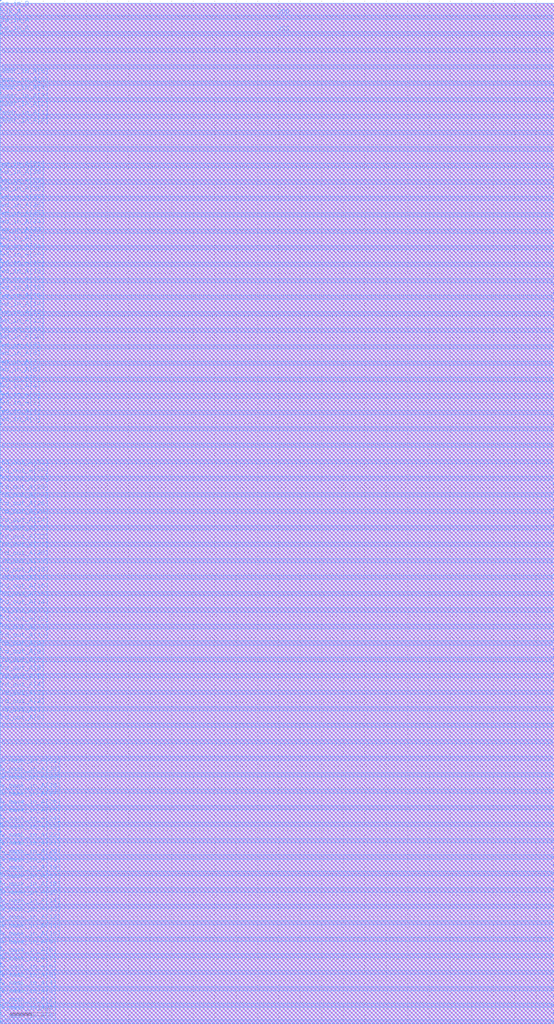
<source format=lef>
# Generated by FakeRAM 2.0
VERSION 5.7 ;
BUSBITCHARS "[]" ;
PROPERTYDEFINITIONS
  MACRO width INTEGER ;
  MACRO depth INTEGER ;
  MACRO banks INTEGER ;
END PROPERTYDEFINITIONS
MACRO fakeram7_tdp_128x32
  PROPERTY width 32 ;
  PROPERTY depth 128 ;
  PROPERTY banks 2 ;
  FOREIGN fakeram7_tdp_128x32 0 0 ;
  SYMMETRY X Y ;
  SIZE 12.920 BY 23.800 ;
  CLASS BLOCK ;
  PIN w_mask_in_A[0]
    DIRECTION INPUT ;
    USE SIGNAL ;
    SHAPE ABUTMENT ;
    PORT
      LAYER M4 ;
      RECT 0.000 0.048 0.024 0.072 ;
    END
  END w_mask_in_A[0]
  PIN w_mask_in_B[0]
    DIRECTION INPUT ;
    USE SIGNAL ;
    SHAPE ABUTMENT ;
    PORT
      LAYER M4 ;
      RECT 12.896 0.048 12.920 0.072 ;
    END
  END w_mask_in_B[0]
  PIN w_mask_in_A[1]
    DIRECTION INPUT ;
    USE SIGNAL ;
    SHAPE ABUTMENT ;
    PORT
      LAYER M4 ;
      RECT 0.000 0.240 0.024 0.264 ;
    END
  END w_mask_in_A[1]
  PIN w_mask_in_B[1]
    DIRECTION INPUT ;
    USE SIGNAL ;
    SHAPE ABUTMENT ;
    PORT
      LAYER M4 ;
      RECT 12.896 0.240 12.920 0.264 ;
    END
  END w_mask_in_B[1]
  PIN w_mask_in_A[2]
    DIRECTION INPUT ;
    USE SIGNAL ;
    SHAPE ABUTMENT ;
    PORT
      LAYER M4 ;
      RECT 0.000 0.432 0.024 0.456 ;
    END
  END w_mask_in_A[2]
  PIN w_mask_in_B[2]
    DIRECTION INPUT ;
    USE SIGNAL ;
    SHAPE ABUTMENT ;
    PORT
      LAYER M4 ;
      RECT 12.896 0.432 12.920 0.456 ;
    END
  END w_mask_in_B[2]
  PIN w_mask_in_A[3]
    DIRECTION INPUT ;
    USE SIGNAL ;
    SHAPE ABUTMENT ;
    PORT
      LAYER M4 ;
      RECT 0.000 0.624 0.024 0.648 ;
    END
  END w_mask_in_A[3]
  PIN w_mask_in_B[3]
    DIRECTION INPUT ;
    USE SIGNAL ;
    SHAPE ABUTMENT ;
    PORT
      LAYER M4 ;
      RECT 12.896 0.624 12.920 0.648 ;
    END
  END w_mask_in_B[3]
  PIN w_mask_in_A[4]
    DIRECTION INPUT ;
    USE SIGNAL ;
    SHAPE ABUTMENT ;
    PORT
      LAYER M4 ;
      RECT 0.000 0.816 0.024 0.840 ;
    END
  END w_mask_in_A[4]
  PIN w_mask_in_B[4]
    DIRECTION INPUT ;
    USE SIGNAL ;
    SHAPE ABUTMENT ;
    PORT
      LAYER M4 ;
      RECT 12.896 0.816 12.920 0.840 ;
    END
  END w_mask_in_B[4]
  PIN w_mask_in_A[5]
    DIRECTION INPUT ;
    USE SIGNAL ;
    SHAPE ABUTMENT ;
    PORT
      LAYER M4 ;
      RECT 0.000 1.008 0.024 1.032 ;
    END
  END w_mask_in_A[5]
  PIN w_mask_in_B[5]
    DIRECTION INPUT ;
    USE SIGNAL ;
    SHAPE ABUTMENT ;
    PORT
      LAYER M4 ;
      RECT 12.896 1.008 12.920 1.032 ;
    END
  END w_mask_in_B[5]
  PIN w_mask_in_A[6]
    DIRECTION INPUT ;
    USE SIGNAL ;
    SHAPE ABUTMENT ;
    PORT
      LAYER M4 ;
      RECT 0.000 1.200 0.024 1.224 ;
    END
  END w_mask_in_A[6]
  PIN w_mask_in_B[6]
    DIRECTION INPUT ;
    USE SIGNAL ;
    SHAPE ABUTMENT ;
    PORT
      LAYER M4 ;
      RECT 12.896 1.200 12.920 1.224 ;
    END
  END w_mask_in_B[6]
  PIN w_mask_in_A[7]
    DIRECTION INPUT ;
    USE SIGNAL ;
    SHAPE ABUTMENT ;
    PORT
      LAYER M4 ;
      RECT 0.000 1.392 0.024 1.416 ;
    END
  END w_mask_in_A[7]
  PIN w_mask_in_B[7]
    DIRECTION INPUT ;
    USE SIGNAL ;
    SHAPE ABUTMENT ;
    PORT
      LAYER M4 ;
      RECT 12.896 1.392 12.920 1.416 ;
    END
  END w_mask_in_B[7]
  PIN w_mask_in_A[8]
    DIRECTION INPUT ;
    USE SIGNAL ;
    SHAPE ABUTMENT ;
    PORT
      LAYER M4 ;
      RECT 0.000 1.584 0.024 1.608 ;
    END
  END w_mask_in_A[8]
  PIN w_mask_in_B[8]
    DIRECTION INPUT ;
    USE SIGNAL ;
    SHAPE ABUTMENT ;
    PORT
      LAYER M4 ;
      RECT 12.896 1.584 12.920 1.608 ;
    END
  END w_mask_in_B[8]
  PIN w_mask_in_A[9]
    DIRECTION INPUT ;
    USE SIGNAL ;
    SHAPE ABUTMENT ;
    PORT
      LAYER M4 ;
      RECT 0.000 1.776 0.024 1.800 ;
    END
  END w_mask_in_A[9]
  PIN w_mask_in_B[9]
    DIRECTION INPUT ;
    USE SIGNAL ;
    SHAPE ABUTMENT ;
    PORT
      LAYER M4 ;
      RECT 12.896 1.776 12.920 1.800 ;
    END
  END w_mask_in_B[9]
  PIN w_mask_in_A[10]
    DIRECTION INPUT ;
    USE SIGNAL ;
    SHAPE ABUTMENT ;
    PORT
      LAYER M4 ;
      RECT 0.000 1.968 0.024 1.992 ;
    END
  END w_mask_in_A[10]
  PIN w_mask_in_B[10]
    DIRECTION INPUT ;
    USE SIGNAL ;
    SHAPE ABUTMENT ;
    PORT
      LAYER M4 ;
      RECT 12.896 1.968 12.920 1.992 ;
    END
  END w_mask_in_B[10]
  PIN w_mask_in_A[11]
    DIRECTION INPUT ;
    USE SIGNAL ;
    SHAPE ABUTMENT ;
    PORT
      LAYER M4 ;
      RECT 0.000 2.160 0.024 2.184 ;
    END
  END w_mask_in_A[11]
  PIN w_mask_in_B[11]
    DIRECTION INPUT ;
    USE SIGNAL ;
    SHAPE ABUTMENT ;
    PORT
      LAYER M4 ;
      RECT 12.896 2.160 12.920 2.184 ;
    END
  END w_mask_in_B[11]
  PIN w_mask_in_A[12]
    DIRECTION INPUT ;
    USE SIGNAL ;
    SHAPE ABUTMENT ;
    PORT
      LAYER M4 ;
      RECT 0.000 2.352 0.024 2.376 ;
    END
  END w_mask_in_A[12]
  PIN w_mask_in_B[12]
    DIRECTION INPUT ;
    USE SIGNAL ;
    SHAPE ABUTMENT ;
    PORT
      LAYER M4 ;
      RECT 12.896 2.352 12.920 2.376 ;
    END
  END w_mask_in_B[12]
  PIN w_mask_in_A[13]
    DIRECTION INPUT ;
    USE SIGNAL ;
    SHAPE ABUTMENT ;
    PORT
      LAYER M4 ;
      RECT 0.000 2.544 0.024 2.568 ;
    END
  END w_mask_in_A[13]
  PIN w_mask_in_B[13]
    DIRECTION INPUT ;
    USE SIGNAL ;
    SHAPE ABUTMENT ;
    PORT
      LAYER M4 ;
      RECT 12.896 2.544 12.920 2.568 ;
    END
  END w_mask_in_B[13]
  PIN w_mask_in_A[14]
    DIRECTION INPUT ;
    USE SIGNAL ;
    SHAPE ABUTMENT ;
    PORT
      LAYER M4 ;
      RECT 0.000 2.736 0.024 2.760 ;
    END
  END w_mask_in_A[14]
  PIN w_mask_in_B[14]
    DIRECTION INPUT ;
    USE SIGNAL ;
    SHAPE ABUTMENT ;
    PORT
      LAYER M4 ;
      RECT 12.896 2.736 12.920 2.760 ;
    END
  END w_mask_in_B[14]
  PIN w_mask_in_A[15]
    DIRECTION INPUT ;
    USE SIGNAL ;
    SHAPE ABUTMENT ;
    PORT
      LAYER M4 ;
      RECT 0.000 2.928 0.024 2.952 ;
    END
  END w_mask_in_A[15]
  PIN w_mask_in_B[15]
    DIRECTION INPUT ;
    USE SIGNAL ;
    SHAPE ABUTMENT ;
    PORT
      LAYER M4 ;
      RECT 12.896 2.928 12.920 2.952 ;
    END
  END w_mask_in_B[15]
  PIN w_mask_in_A[16]
    DIRECTION INPUT ;
    USE SIGNAL ;
    SHAPE ABUTMENT ;
    PORT
      LAYER M4 ;
      RECT 0.000 3.120 0.024 3.144 ;
    END
  END w_mask_in_A[16]
  PIN w_mask_in_B[16]
    DIRECTION INPUT ;
    USE SIGNAL ;
    SHAPE ABUTMENT ;
    PORT
      LAYER M4 ;
      RECT 12.896 3.120 12.920 3.144 ;
    END
  END w_mask_in_B[16]
  PIN w_mask_in_A[17]
    DIRECTION INPUT ;
    USE SIGNAL ;
    SHAPE ABUTMENT ;
    PORT
      LAYER M4 ;
      RECT 0.000 3.312 0.024 3.336 ;
    END
  END w_mask_in_A[17]
  PIN w_mask_in_B[17]
    DIRECTION INPUT ;
    USE SIGNAL ;
    SHAPE ABUTMENT ;
    PORT
      LAYER M4 ;
      RECT 12.896 3.312 12.920 3.336 ;
    END
  END w_mask_in_B[17]
  PIN w_mask_in_A[18]
    DIRECTION INPUT ;
    USE SIGNAL ;
    SHAPE ABUTMENT ;
    PORT
      LAYER M4 ;
      RECT 0.000 3.504 0.024 3.528 ;
    END
  END w_mask_in_A[18]
  PIN w_mask_in_B[18]
    DIRECTION INPUT ;
    USE SIGNAL ;
    SHAPE ABUTMENT ;
    PORT
      LAYER M4 ;
      RECT 12.896 3.504 12.920 3.528 ;
    END
  END w_mask_in_B[18]
  PIN w_mask_in_A[19]
    DIRECTION INPUT ;
    USE SIGNAL ;
    SHAPE ABUTMENT ;
    PORT
      LAYER M4 ;
      RECT 0.000 3.696 0.024 3.720 ;
    END
  END w_mask_in_A[19]
  PIN w_mask_in_B[19]
    DIRECTION INPUT ;
    USE SIGNAL ;
    SHAPE ABUTMENT ;
    PORT
      LAYER M4 ;
      RECT 12.896 3.696 12.920 3.720 ;
    END
  END w_mask_in_B[19]
  PIN w_mask_in_A[20]
    DIRECTION INPUT ;
    USE SIGNAL ;
    SHAPE ABUTMENT ;
    PORT
      LAYER M4 ;
      RECT 0.000 3.888 0.024 3.912 ;
    END
  END w_mask_in_A[20]
  PIN w_mask_in_B[20]
    DIRECTION INPUT ;
    USE SIGNAL ;
    SHAPE ABUTMENT ;
    PORT
      LAYER M4 ;
      RECT 12.896 3.888 12.920 3.912 ;
    END
  END w_mask_in_B[20]
  PIN w_mask_in_A[21]
    DIRECTION INPUT ;
    USE SIGNAL ;
    SHAPE ABUTMENT ;
    PORT
      LAYER M4 ;
      RECT 0.000 4.080 0.024 4.104 ;
    END
  END w_mask_in_A[21]
  PIN w_mask_in_B[21]
    DIRECTION INPUT ;
    USE SIGNAL ;
    SHAPE ABUTMENT ;
    PORT
      LAYER M4 ;
      RECT 12.896 4.080 12.920 4.104 ;
    END
  END w_mask_in_B[21]
  PIN w_mask_in_A[22]
    DIRECTION INPUT ;
    USE SIGNAL ;
    SHAPE ABUTMENT ;
    PORT
      LAYER M4 ;
      RECT 0.000 4.272 0.024 4.296 ;
    END
  END w_mask_in_A[22]
  PIN w_mask_in_B[22]
    DIRECTION INPUT ;
    USE SIGNAL ;
    SHAPE ABUTMENT ;
    PORT
      LAYER M4 ;
      RECT 12.896 4.272 12.920 4.296 ;
    END
  END w_mask_in_B[22]
  PIN w_mask_in_A[23]
    DIRECTION INPUT ;
    USE SIGNAL ;
    SHAPE ABUTMENT ;
    PORT
      LAYER M4 ;
      RECT 0.000 4.464 0.024 4.488 ;
    END
  END w_mask_in_A[23]
  PIN w_mask_in_B[23]
    DIRECTION INPUT ;
    USE SIGNAL ;
    SHAPE ABUTMENT ;
    PORT
      LAYER M4 ;
      RECT 12.896 4.464 12.920 4.488 ;
    END
  END w_mask_in_B[23]
  PIN w_mask_in_A[24]
    DIRECTION INPUT ;
    USE SIGNAL ;
    SHAPE ABUTMENT ;
    PORT
      LAYER M4 ;
      RECT 0.000 4.656 0.024 4.680 ;
    END
  END w_mask_in_A[24]
  PIN w_mask_in_B[24]
    DIRECTION INPUT ;
    USE SIGNAL ;
    SHAPE ABUTMENT ;
    PORT
      LAYER M4 ;
      RECT 12.896 4.656 12.920 4.680 ;
    END
  END w_mask_in_B[24]
  PIN w_mask_in_A[25]
    DIRECTION INPUT ;
    USE SIGNAL ;
    SHAPE ABUTMENT ;
    PORT
      LAYER M4 ;
      RECT 0.000 4.848 0.024 4.872 ;
    END
  END w_mask_in_A[25]
  PIN w_mask_in_B[25]
    DIRECTION INPUT ;
    USE SIGNAL ;
    SHAPE ABUTMENT ;
    PORT
      LAYER M4 ;
      RECT 12.896 4.848 12.920 4.872 ;
    END
  END w_mask_in_B[25]
  PIN w_mask_in_A[26]
    DIRECTION INPUT ;
    USE SIGNAL ;
    SHAPE ABUTMENT ;
    PORT
      LAYER M4 ;
      RECT 0.000 5.040 0.024 5.064 ;
    END
  END w_mask_in_A[26]
  PIN w_mask_in_B[26]
    DIRECTION INPUT ;
    USE SIGNAL ;
    SHAPE ABUTMENT ;
    PORT
      LAYER M4 ;
      RECT 12.896 5.040 12.920 5.064 ;
    END
  END w_mask_in_B[26]
  PIN w_mask_in_A[27]
    DIRECTION INPUT ;
    USE SIGNAL ;
    SHAPE ABUTMENT ;
    PORT
      LAYER M4 ;
      RECT 0.000 5.232 0.024 5.256 ;
    END
  END w_mask_in_A[27]
  PIN w_mask_in_B[27]
    DIRECTION INPUT ;
    USE SIGNAL ;
    SHAPE ABUTMENT ;
    PORT
      LAYER M4 ;
      RECT 12.896 5.232 12.920 5.256 ;
    END
  END w_mask_in_B[27]
  PIN w_mask_in_A[28]
    DIRECTION INPUT ;
    USE SIGNAL ;
    SHAPE ABUTMENT ;
    PORT
      LAYER M4 ;
      RECT 0.000 5.424 0.024 5.448 ;
    END
  END w_mask_in_A[28]
  PIN w_mask_in_B[28]
    DIRECTION INPUT ;
    USE SIGNAL ;
    SHAPE ABUTMENT ;
    PORT
      LAYER M4 ;
      RECT 12.896 5.424 12.920 5.448 ;
    END
  END w_mask_in_B[28]
  PIN w_mask_in_A[29]
    DIRECTION INPUT ;
    USE SIGNAL ;
    SHAPE ABUTMENT ;
    PORT
      LAYER M4 ;
      RECT 0.000 5.616 0.024 5.640 ;
    END
  END w_mask_in_A[29]
  PIN w_mask_in_B[29]
    DIRECTION INPUT ;
    USE SIGNAL ;
    SHAPE ABUTMENT ;
    PORT
      LAYER M4 ;
      RECT 12.896 5.616 12.920 5.640 ;
    END
  END w_mask_in_B[29]
  PIN w_mask_in_A[30]
    DIRECTION INPUT ;
    USE SIGNAL ;
    SHAPE ABUTMENT ;
    PORT
      LAYER M4 ;
      RECT 0.000 5.808 0.024 5.832 ;
    END
  END w_mask_in_A[30]
  PIN w_mask_in_B[30]
    DIRECTION INPUT ;
    USE SIGNAL ;
    SHAPE ABUTMENT ;
    PORT
      LAYER M4 ;
      RECT 12.896 5.808 12.920 5.832 ;
    END
  END w_mask_in_B[30]
  PIN w_mask_in_A[31]
    DIRECTION INPUT ;
    USE SIGNAL ;
    SHAPE ABUTMENT ;
    PORT
      LAYER M4 ;
      RECT 0.000 6.000 0.024 6.024 ;
    END
  END w_mask_in_A[31]
  PIN w_mask_in_B[31]
    DIRECTION INPUT ;
    USE SIGNAL ;
    SHAPE ABUTMENT ;
    PORT
      LAYER M4 ;
      RECT 12.896 6.000 12.920 6.024 ;
    END
  END w_mask_in_B[31]
  PIN rd_out_A[0]
    DIRECTION OUTPUT ;
    USE SIGNAL ;
    SHAPE ABUTMENT ;
    PORT
      LAYER M4 ;
      RECT 0.000 7.008 0.024 7.032 ;
    END
  END rd_out_A[0]
  PIN rd_out_B[0]
    DIRECTION OUTPUT ;
    USE SIGNAL ;
    SHAPE ABUTMENT ;
    PORT
      LAYER M4 ;
      RECT 12.896 7.008 12.920 7.032 ;
    END
  END rd_out_B[0]
  PIN rd_out_A[1]
    DIRECTION OUTPUT ;
    USE SIGNAL ;
    SHAPE ABUTMENT ;
    PORT
      LAYER M4 ;
      RECT 0.000 7.200 0.024 7.224 ;
    END
  END rd_out_A[1]
  PIN rd_out_B[1]
    DIRECTION OUTPUT ;
    USE SIGNAL ;
    SHAPE ABUTMENT ;
    PORT
      LAYER M4 ;
      RECT 12.896 7.200 12.920 7.224 ;
    END
  END rd_out_B[1]
  PIN rd_out_A[2]
    DIRECTION OUTPUT ;
    USE SIGNAL ;
    SHAPE ABUTMENT ;
    PORT
      LAYER M4 ;
      RECT 0.000 7.392 0.024 7.416 ;
    END
  END rd_out_A[2]
  PIN rd_out_B[2]
    DIRECTION OUTPUT ;
    USE SIGNAL ;
    SHAPE ABUTMENT ;
    PORT
      LAYER M4 ;
      RECT 12.896 7.392 12.920 7.416 ;
    END
  END rd_out_B[2]
  PIN rd_out_A[3]
    DIRECTION OUTPUT ;
    USE SIGNAL ;
    SHAPE ABUTMENT ;
    PORT
      LAYER M4 ;
      RECT 0.000 7.584 0.024 7.608 ;
    END
  END rd_out_A[3]
  PIN rd_out_B[3]
    DIRECTION OUTPUT ;
    USE SIGNAL ;
    SHAPE ABUTMENT ;
    PORT
      LAYER M4 ;
      RECT 12.896 7.584 12.920 7.608 ;
    END
  END rd_out_B[3]
  PIN rd_out_A[4]
    DIRECTION OUTPUT ;
    USE SIGNAL ;
    SHAPE ABUTMENT ;
    PORT
      LAYER M4 ;
      RECT 0.000 7.776 0.024 7.800 ;
    END
  END rd_out_A[4]
  PIN rd_out_B[4]
    DIRECTION OUTPUT ;
    USE SIGNAL ;
    SHAPE ABUTMENT ;
    PORT
      LAYER M4 ;
      RECT 12.896 7.776 12.920 7.800 ;
    END
  END rd_out_B[4]
  PIN rd_out_A[5]
    DIRECTION OUTPUT ;
    USE SIGNAL ;
    SHAPE ABUTMENT ;
    PORT
      LAYER M4 ;
      RECT 0.000 7.968 0.024 7.992 ;
    END
  END rd_out_A[5]
  PIN rd_out_B[5]
    DIRECTION OUTPUT ;
    USE SIGNAL ;
    SHAPE ABUTMENT ;
    PORT
      LAYER M4 ;
      RECT 12.896 7.968 12.920 7.992 ;
    END
  END rd_out_B[5]
  PIN rd_out_A[6]
    DIRECTION OUTPUT ;
    USE SIGNAL ;
    SHAPE ABUTMENT ;
    PORT
      LAYER M4 ;
      RECT 0.000 8.160 0.024 8.184 ;
    END
  END rd_out_A[6]
  PIN rd_out_B[6]
    DIRECTION OUTPUT ;
    USE SIGNAL ;
    SHAPE ABUTMENT ;
    PORT
      LAYER M4 ;
      RECT 12.896 8.160 12.920 8.184 ;
    END
  END rd_out_B[6]
  PIN rd_out_A[7]
    DIRECTION OUTPUT ;
    USE SIGNAL ;
    SHAPE ABUTMENT ;
    PORT
      LAYER M4 ;
      RECT 0.000 8.352 0.024 8.376 ;
    END
  END rd_out_A[7]
  PIN rd_out_B[7]
    DIRECTION OUTPUT ;
    USE SIGNAL ;
    SHAPE ABUTMENT ;
    PORT
      LAYER M4 ;
      RECT 12.896 8.352 12.920 8.376 ;
    END
  END rd_out_B[7]
  PIN rd_out_A[8]
    DIRECTION OUTPUT ;
    USE SIGNAL ;
    SHAPE ABUTMENT ;
    PORT
      LAYER M4 ;
      RECT 0.000 8.544 0.024 8.568 ;
    END
  END rd_out_A[8]
  PIN rd_out_B[8]
    DIRECTION OUTPUT ;
    USE SIGNAL ;
    SHAPE ABUTMENT ;
    PORT
      LAYER M4 ;
      RECT 12.896 8.544 12.920 8.568 ;
    END
  END rd_out_B[8]
  PIN rd_out_A[9]
    DIRECTION OUTPUT ;
    USE SIGNAL ;
    SHAPE ABUTMENT ;
    PORT
      LAYER M4 ;
      RECT 0.000 8.736 0.024 8.760 ;
    END
  END rd_out_A[9]
  PIN rd_out_B[9]
    DIRECTION OUTPUT ;
    USE SIGNAL ;
    SHAPE ABUTMENT ;
    PORT
      LAYER M4 ;
      RECT 12.896 8.736 12.920 8.760 ;
    END
  END rd_out_B[9]
  PIN rd_out_A[10]
    DIRECTION OUTPUT ;
    USE SIGNAL ;
    SHAPE ABUTMENT ;
    PORT
      LAYER M4 ;
      RECT 0.000 8.928 0.024 8.952 ;
    END
  END rd_out_A[10]
  PIN rd_out_B[10]
    DIRECTION OUTPUT ;
    USE SIGNAL ;
    SHAPE ABUTMENT ;
    PORT
      LAYER M4 ;
      RECT 12.896 8.928 12.920 8.952 ;
    END
  END rd_out_B[10]
  PIN rd_out_A[11]
    DIRECTION OUTPUT ;
    USE SIGNAL ;
    SHAPE ABUTMENT ;
    PORT
      LAYER M4 ;
      RECT 0.000 9.120 0.024 9.144 ;
    END
  END rd_out_A[11]
  PIN rd_out_B[11]
    DIRECTION OUTPUT ;
    USE SIGNAL ;
    SHAPE ABUTMENT ;
    PORT
      LAYER M4 ;
      RECT 12.896 9.120 12.920 9.144 ;
    END
  END rd_out_B[11]
  PIN rd_out_A[12]
    DIRECTION OUTPUT ;
    USE SIGNAL ;
    SHAPE ABUTMENT ;
    PORT
      LAYER M4 ;
      RECT 0.000 9.312 0.024 9.336 ;
    END
  END rd_out_A[12]
  PIN rd_out_B[12]
    DIRECTION OUTPUT ;
    USE SIGNAL ;
    SHAPE ABUTMENT ;
    PORT
      LAYER M4 ;
      RECT 12.896 9.312 12.920 9.336 ;
    END
  END rd_out_B[12]
  PIN rd_out_A[13]
    DIRECTION OUTPUT ;
    USE SIGNAL ;
    SHAPE ABUTMENT ;
    PORT
      LAYER M4 ;
      RECT 0.000 9.504 0.024 9.528 ;
    END
  END rd_out_A[13]
  PIN rd_out_B[13]
    DIRECTION OUTPUT ;
    USE SIGNAL ;
    SHAPE ABUTMENT ;
    PORT
      LAYER M4 ;
      RECT 12.896 9.504 12.920 9.528 ;
    END
  END rd_out_B[13]
  PIN rd_out_A[14]
    DIRECTION OUTPUT ;
    USE SIGNAL ;
    SHAPE ABUTMENT ;
    PORT
      LAYER M4 ;
      RECT 0.000 9.696 0.024 9.720 ;
    END
  END rd_out_A[14]
  PIN rd_out_B[14]
    DIRECTION OUTPUT ;
    USE SIGNAL ;
    SHAPE ABUTMENT ;
    PORT
      LAYER M4 ;
      RECT 12.896 9.696 12.920 9.720 ;
    END
  END rd_out_B[14]
  PIN rd_out_A[15]
    DIRECTION OUTPUT ;
    USE SIGNAL ;
    SHAPE ABUTMENT ;
    PORT
      LAYER M4 ;
      RECT 0.000 9.888 0.024 9.912 ;
    END
  END rd_out_A[15]
  PIN rd_out_B[15]
    DIRECTION OUTPUT ;
    USE SIGNAL ;
    SHAPE ABUTMENT ;
    PORT
      LAYER M4 ;
      RECT 12.896 9.888 12.920 9.912 ;
    END
  END rd_out_B[15]
  PIN rd_out_A[16]
    DIRECTION OUTPUT ;
    USE SIGNAL ;
    SHAPE ABUTMENT ;
    PORT
      LAYER M4 ;
      RECT 0.000 10.080 0.024 10.104 ;
    END
  END rd_out_A[16]
  PIN rd_out_B[16]
    DIRECTION OUTPUT ;
    USE SIGNAL ;
    SHAPE ABUTMENT ;
    PORT
      LAYER M4 ;
      RECT 12.896 10.080 12.920 10.104 ;
    END
  END rd_out_B[16]
  PIN rd_out_A[17]
    DIRECTION OUTPUT ;
    USE SIGNAL ;
    SHAPE ABUTMENT ;
    PORT
      LAYER M4 ;
      RECT 0.000 10.272 0.024 10.296 ;
    END
  END rd_out_A[17]
  PIN rd_out_B[17]
    DIRECTION OUTPUT ;
    USE SIGNAL ;
    SHAPE ABUTMENT ;
    PORT
      LAYER M4 ;
      RECT 12.896 10.272 12.920 10.296 ;
    END
  END rd_out_B[17]
  PIN rd_out_A[18]
    DIRECTION OUTPUT ;
    USE SIGNAL ;
    SHAPE ABUTMENT ;
    PORT
      LAYER M4 ;
      RECT 0.000 10.464 0.024 10.488 ;
    END
  END rd_out_A[18]
  PIN rd_out_B[18]
    DIRECTION OUTPUT ;
    USE SIGNAL ;
    SHAPE ABUTMENT ;
    PORT
      LAYER M4 ;
      RECT 12.896 10.464 12.920 10.488 ;
    END
  END rd_out_B[18]
  PIN rd_out_A[19]
    DIRECTION OUTPUT ;
    USE SIGNAL ;
    SHAPE ABUTMENT ;
    PORT
      LAYER M4 ;
      RECT 0.000 10.656 0.024 10.680 ;
    END
  END rd_out_A[19]
  PIN rd_out_B[19]
    DIRECTION OUTPUT ;
    USE SIGNAL ;
    SHAPE ABUTMENT ;
    PORT
      LAYER M4 ;
      RECT 12.896 10.656 12.920 10.680 ;
    END
  END rd_out_B[19]
  PIN rd_out_A[20]
    DIRECTION OUTPUT ;
    USE SIGNAL ;
    SHAPE ABUTMENT ;
    PORT
      LAYER M4 ;
      RECT 0.000 10.848 0.024 10.872 ;
    END
  END rd_out_A[20]
  PIN rd_out_B[20]
    DIRECTION OUTPUT ;
    USE SIGNAL ;
    SHAPE ABUTMENT ;
    PORT
      LAYER M4 ;
      RECT 12.896 10.848 12.920 10.872 ;
    END
  END rd_out_B[20]
  PIN rd_out_A[21]
    DIRECTION OUTPUT ;
    USE SIGNAL ;
    SHAPE ABUTMENT ;
    PORT
      LAYER M4 ;
      RECT 0.000 11.040 0.024 11.064 ;
    END
  END rd_out_A[21]
  PIN rd_out_B[21]
    DIRECTION OUTPUT ;
    USE SIGNAL ;
    SHAPE ABUTMENT ;
    PORT
      LAYER M4 ;
      RECT 12.896 11.040 12.920 11.064 ;
    END
  END rd_out_B[21]
  PIN rd_out_A[22]
    DIRECTION OUTPUT ;
    USE SIGNAL ;
    SHAPE ABUTMENT ;
    PORT
      LAYER M4 ;
      RECT 0.000 11.232 0.024 11.256 ;
    END
  END rd_out_A[22]
  PIN rd_out_B[22]
    DIRECTION OUTPUT ;
    USE SIGNAL ;
    SHAPE ABUTMENT ;
    PORT
      LAYER M4 ;
      RECT 12.896 11.232 12.920 11.256 ;
    END
  END rd_out_B[22]
  PIN rd_out_A[23]
    DIRECTION OUTPUT ;
    USE SIGNAL ;
    SHAPE ABUTMENT ;
    PORT
      LAYER M4 ;
      RECT 0.000 11.424 0.024 11.448 ;
    END
  END rd_out_A[23]
  PIN rd_out_B[23]
    DIRECTION OUTPUT ;
    USE SIGNAL ;
    SHAPE ABUTMENT ;
    PORT
      LAYER M4 ;
      RECT 12.896 11.424 12.920 11.448 ;
    END
  END rd_out_B[23]
  PIN rd_out_A[24]
    DIRECTION OUTPUT ;
    USE SIGNAL ;
    SHAPE ABUTMENT ;
    PORT
      LAYER M4 ;
      RECT 0.000 11.616 0.024 11.640 ;
    END
  END rd_out_A[24]
  PIN rd_out_B[24]
    DIRECTION OUTPUT ;
    USE SIGNAL ;
    SHAPE ABUTMENT ;
    PORT
      LAYER M4 ;
      RECT 12.896 11.616 12.920 11.640 ;
    END
  END rd_out_B[24]
  PIN rd_out_A[25]
    DIRECTION OUTPUT ;
    USE SIGNAL ;
    SHAPE ABUTMENT ;
    PORT
      LAYER M4 ;
      RECT 0.000 11.808 0.024 11.832 ;
    END
  END rd_out_A[25]
  PIN rd_out_B[25]
    DIRECTION OUTPUT ;
    USE SIGNAL ;
    SHAPE ABUTMENT ;
    PORT
      LAYER M4 ;
      RECT 12.896 11.808 12.920 11.832 ;
    END
  END rd_out_B[25]
  PIN rd_out_A[26]
    DIRECTION OUTPUT ;
    USE SIGNAL ;
    SHAPE ABUTMENT ;
    PORT
      LAYER M4 ;
      RECT 0.000 12.000 0.024 12.024 ;
    END
  END rd_out_A[26]
  PIN rd_out_B[26]
    DIRECTION OUTPUT ;
    USE SIGNAL ;
    SHAPE ABUTMENT ;
    PORT
      LAYER M4 ;
      RECT 12.896 12.000 12.920 12.024 ;
    END
  END rd_out_B[26]
  PIN rd_out_A[27]
    DIRECTION OUTPUT ;
    USE SIGNAL ;
    SHAPE ABUTMENT ;
    PORT
      LAYER M4 ;
      RECT 0.000 12.192 0.024 12.216 ;
    END
  END rd_out_A[27]
  PIN rd_out_B[27]
    DIRECTION OUTPUT ;
    USE SIGNAL ;
    SHAPE ABUTMENT ;
    PORT
      LAYER M4 ;
      RECT 12.896 12.192 12.920 12.216 ;
    END
  END rd_out_B[27]
  PIN rd_out_A[28]
    DIRECTION OUTPUT ;
    USE SIGNAL ;
    SHAPE ABUTMENT ;
    PORT
      LAYER M4 ;
      RECT 0.000 12.384 0.024 12.408 ;
    END
  END rd_out_A[28]
  PIN rd_out_B[28]
    DIRECTION OUTPUT ;
    USE SIGNAL ;
    SHAPE ABUTMENT ;
    PORT
      LAYER M4 ;
      RECT 12.896 12.384 12.920 12.408 ;
    END
  END rd_out_B[28]
  PIN rd_out_A[29]
    DIRECTION OUTPUT ;
    USE SIGNAL ;
    SHAPE ABUTMENT ;
    PORT
      LAYER M4 ;
      RECT 0.000 12.576 0.024 12.600 ;
    END
  END rd_out_A[29]
  PIN rd_out_B[29]
    DIRECTION OUTPUT ;
    USE SIGNAL ;
    SHAPE ABUTMENT ;
    PORT
      LAYER M4 ;
      RECT 12.896 12.576 12.920 12.600 ;
    END
  END rd_out_B[29]
  PIN rd_out_A[30]
    DIRECTION OUTPUT ;
    USE SIGNAL ;
    SHAPE ABUTMENT ;
    PORT
      LAYER M4 ;
      RECT 0.000 12.768 0.024 12.792 ;
    END
  END rd_out_A[30]
  PIN rd_out_B[30]
    DIRECTION OUTPUT ;
    USE SIGNAL ;
    SHAPE ABUTMENT ;
    PORT
      LAYER M4 ;
      RECT 12.896 12.768 12.920 12.792 ;
    END
  END rd_out_B[30]
  PIN rd_out_A[31]
    DIRECTION OUTPUT ;
    USE SIGNAL ;
    SHAPE ABUTMENT ;
    PORT
      LAYER M4 ;
      RECT 0.000 12.960 0.024 12.984 ;
    END
  END rd_out_A[31]
  PIN rd_out_B[31]
    DIRECTION OUTPUT ;
    USE SIGNAL ;
    SHAPE ABUTMENT ;
    PORT
      LAYER M4 ;
      RECT 12.896 12.960 12.920 12.984 ;
    END
  END rd_out_B[31]
  PIN wd_in_A[0]
    DIRECTION INPUT ;
    USE SIGNAL ;
    SHAPE ABUTMENT ;
    PORT
      LAYER M4 ;
      RECT 0.000 13.968 0.024 13.992 ;
    END
  END wd_in_A[0]
  PIN wd_in_B[0]
    DIRECTION INPUT ;
    USE SIGNAL ;
    SHAPE ABUTMENT ;
    PORT
      LAYER M4 ;
      RECT 12.896 13.968 12.920 13.992 ;
    END
  END wd_in_B[0]
  PIN wd_in_A[1]
    DIRECTION INPUT ;
    USE SIGNAL ;
    SHAPE ABUTMENT ;
    PORT
      LAYER M4 ;
      RECT 0.000 14.160 0.024 14.184 ;
    END
  END wd_in_A[1]
  PIN wd_in_B[1]
    DIRECTION INPUT ;
    USE SIGNAL ;
    SHAPE ABUTMENT ;
    PORT
      LAYER M4 ;
      RECT 12.896 14.160 12.920 14.184 ;
    END
  END wd_in_B[1]
  PIN wd_in_A[2]
    DIRECTION INPUT ;
    USE SIGNAL ;
    SHAPE ABUTMENT ;
    PORT
      LAYER M4 ;
      RECT 0.000 14.352 0.024 14.376 ;
    END
  END wd_in_A[2]
  PIN wd_in_B[2]
    DIRECTION INPUT ;
    USE SIGNAL ;
    SHAPE ABUTMENT ;
    PORT
      LAYER M4 ;
      RECT 12.896 14.352 12.920 14.376 ;
    END
  END wd_in_B[2]
  PIN wd_in_A[3]
    DIRECTION INPUT ;
    USE SIGNAL ;
    SHAPE ABUTMENT ;
    PORT
      LAYER M4 ;
      RECT 0.000 14.544 0.024 14.568 ;
    END
  END wd_in_A[3]
  PIN wd_in_B[3]
    DIRECTION INPUT ;
    USE SIGNAL ;
    SHAPE ABUTMENT ;
    PORT
      LAYER M4 ;
      RECT 12.896 14.544 12.920 14.568 ;
    END
  END wd_in_B[3]
  PIN wd_in_A[4]
    DIRECTION INPUT ;
    USE SIGNAL ;
    SHAPE ABUTMENT ;
    PORT
      LAYER M4 ;
      RECT 0.000 14.736 0.024 14.760 ;
    END
  END wd_in_A[4]
  PIN wd_in_B[4]
    DIRECTION INPUT ;
    USE SIGNAL ;
    SHAPE ABUTMENT ;
    PORT
      LAYER M4 ;
      RECT 12.896 14.736 12.920 14.760 ;
    END
  END wd_in_B[4]
  PIN wd_in_A[5]
    DIRECTION INPUT ;
    USE SIGNAL ;
    SHAPE ABUTMENT ;
    PORT
      LAYER M4 ;
      RECT 0.000 14.928 0.024 14.952 ;
    END
  END wd_in_A[5]
  PIN wd_in_B[5]
    DIRECTION INPUT ;
    USE SIGNAL ;
    SHAPE ABUTMENT ;
    PORT
      LAYER M4 ;
      RECT 12.896 14.928 12.920 14.952 ;
    END
  END wd_in_B[5]
  PIN wd_in_A[6]
    DIRECTION INPUT ;
    USE SIGNAL ;
    SHAPE ABUTMENT ;
    PORT
      LAYER M4 ;
      RECT 0.000 15.120 0.024 15.144 ;
    END
  END wd_in_A[6]
  PIN wd_in_B[6]
    DIRECTION INPUT ;
    USE SIGNAL ;
    SHAPE ABUTMENT ;
    PORT
      LAYER M4 ;
      RECT 12.896 15.120 12.920 15.144 ;
    END
  END wd_in_B[6]
  PIN wd_in_A[7]
    DIRECTION INPUT ;
    USE SIGNAL ;
    SHAPE ABUTMENT ;
    PORT
      LAYER M4 ;
      RECT 0.000 15.312 0.024 15.336 ;
    END
  END wd_in_A[7]
  PIN wd_in_B[7]
    DIRECTION INPUT ;
    USE SIGNAL ;
    SHAPE ABUTMENT ;
    PORT
      LAYER M4 ;
      RECT 12.896 15.312 12.920 15.336 ;
    END
  END wd_in_B[7]
  PIN wd_in_A[8]
    DIRECTION INPUT ;
    USE SIGNAL ;
    SHAPE ABUTMENT ;
    PORT
      LAYER M4 ;
      RECT 0.000 15.504 0.024 15.528 ;
    END
  END wd_in_A[8]
  PIN wd_in_B[8]
    DIRECTION INPUT ;
    USE SIGNAL ;
    SHAPE ABUTMENT ;
    PORT
      LAYER M4 ;
      RECT 12.896 15.504 12.920 15.528 ;
    END
  END wd_in_B[8]
  PIN wd_in_A[9]
    DIRECTION INPUT ;
    USE SIGNAL ;
    SHAPE ABUTMENT ;
    PORT
      LAYER M4 ;
      RECT 0.000 15.696 0.024 15.720 ;
    END
  END wd_in_A[9]
  PIN wd_in_B[9]
    DIRECTION INPUT ;
    USE SIGNAL ;
    SHAPE ABUTMENT ;
    PORT
      LAYER M4 ;
      RECT 12.896 15.696 12.920 15.720 ;
    END
  END wd_in_B[9]
  PIN wd_in_A[10]
    DIRECTION INPUT ;
    USE SIGNAL ;
    SHAPE ABUTMENT ;
    PORT
      LAYER M4 ;
      RECT 0.000 15.888 0.024 15.912 ;
    END
  END wd_in_A[10]
  PIN wd_in_B[10]
    DIRECTION INPUT ;
    USE SIGNAL ;
    SHAPE ABUTMENT ;
    PORT
      LAYER M4 ;
      RECT 12.896 15.888 12.920 15.912 ;
    END
  END wd_in_B[10]
  PIN wd_in_A[11]
    DIRECTION INPUT ;
    USE SIGNAL ;
    SHAPE ABUTMENT ;
    PORT
      LAYER M4 ;
      RECT 0.000 16.080 0.024 16.104 ;
    END
  END wd_in_A[11]
  PIN wd_in_B[11]
    DIRECTION INPUT ;
    USE SIGNAL ;
    SHAPE ABUTMENT ;
    PORT
      LAYER M4 ;
      RECT 12.896 16.080 12.920 16.104 ;
    END
  END wd_in_B[11]
  PIN wd_in_A[12]
    DIRECTION INPUT ;
    USE SIGNAL ;
    SHAPE ABUTMENT ;
    PORT
      LAYER M4 ;
      RECT 0.000 16.272 0.024 16.296 ;
    END
  END wd_in_A[12]
  PIN wd_in_B[12]
    DIRECTION INPUT ;
    USE SIGNAL ;
    SHAPE ABUTMENT ;
    PORT
      LAYER M4 ;
      RECT 12.896 16.272 12.920 16.296 ;
    END
  END wd_in_B[12]
  PIN wd_in_A[13]
    DIRECTION INPUT ;
    USE SIGNAL ;
    SHAPE ABUTMENT ;
    PORT
      LAYER M4 ;
      RECT 0.000 16.464 0.024 16.488 ;
    END
  END wd_in_A[13]
  PIN wd_in_B[13]
    DIRECTION INPUT ;
    USE SIGNAL ;
    SHAPE ABUTMENT ;
    PORT
      LAYER M4 ;
      RECT 12.896 16.464 12.920 16.488 ;
    END
  END wd_in_B[13]
  PIN wd_in_A[14]
    DIRECTION INPUT ;
    USE SIGNAL ;
    SHAPE ABUTMENT ;
    PORT
      LAYER M4 ;
      RECT 0.000 16.656 0.024 16.680 ;
    END
  END wd_in_A[14]
  PIN wd_in_B[14]
    DIRECTION INPUT ;
    USE SIGNAL ;
    SHAPE ABUTMENT ;
    PORT
      LAYER M4 ;
      RECT 12.896 16.656 12.920 16.680 ;
    END
  END wd_in_B[14]
  PIN wd_in_A[15]
    DIRECTION INPUT ;
    USE SIGNAL ;
    SHAPE ABUTMENT ;
    PORT
      LAYER M4 ;
      RECT 0.000 16.848 0.024 16.872 ;
    END
  END wd_in_A[15]
  PIN wd_in_B[15]
    DIRECTION INPUT ;
    USE SIGNAL ;
    SHAPE ABUTMENT ;
    PORT
      LAYER M4 ;
      RECT 12.896 16.848 12.920 16.872 ;
    END
  END wd_in_B[15]
  PIN wd_in_A[16]
    DIRECTION INPUT ;
    USE SIGNAL ;
    SHAPE ABUTMENT ;
    PORT
      LAYER M4 ;
      RECT 0.000 17.040 0.024 17.064 ;
    END
  END wd_in_A[16]
  PIN wd_in_B[16]
    DIRECTION INPUT ;
    USE SIGNAL ;
    SHAPE ABUTMENT ;
    PORT
      LAYER M4 ;
      RECT 12.896 17.040 12.920 17.064 ;
    END
  END wd_in_B[16]
  PIN wd_in_A[17]
    DIRECTION INPUT ;
    USE SIGNAL ;
    SHAPE ABUTMENT ;
    PORT
      LAYER M4 ;
      RECT 0.000 17.232 0.024 17.256 ;
    END
  END wd_in_A[17]
  PIN wd_in_B[17]
    DIRECTION INPUT ;
    USE SIGNAL ;
    SHAPE ABUTMENT ;
    PORT
      LAYER M4 ;
      RECT 12.896 17.232 12.920 17.256 ;
    END
  END wd_in_B[17]
  PIN wd_in_A[18]
    DIRECTION INPUT ;
    USE SIGNAL ;
    SHAPE ABUTMENT ;
    PORT
      LAYER M4 ;
      RECT 0.000 17.424 0.024 17.448 ;
    END
  END wd_in_A[18]
  PIN wd_in_B[18]
    DIRECTION INPUT ;
    USE SIGNAL ;
    SHAPE ABUTMENT ;
    PORT
      LAYER M4 ;
      RECT 12.896 17.424 12.920 17.448 ;
    END
  END wd_in_B[18]
  PIN wd_in_A[19]
    DIRECTION INPUT ;
    USE SIGNAL ;
    SHAPE ABUTMENT ;
    PORT
      LAYER M4 ;
      RECT 0.000 17.616 0.024 17.640 ;
    END
  END wd_in_A[19]
  PIN wd_in_B[19]
    DIRECTION INPUT ;
    USE SIGNAL ;
    SHAPE ABUTMENT ;
    PORT
      LAYER M4 ;
      RECT 12.896 17.616 12.920 17.640 ;
    END
  END wd_in_B[19]
  PIN wd_in_A[20]
    DIRECTION INPUT ;
    USE SIGNAL ;
    SHAPE ABUTMENT ;
    PORT
      LAYER M4 ;
      RECT 0.000 17.808 0.024 17.832 ;
    END
  END wd_in_A[20]
  PIN wd_in_B[20]
    DIRECTION INPUT ;
    USE SIGNAL ;
    SHAPE ABUTMENT ;
    PORT
      LAYER M4 ;
      RECT 12.896 17.808 12.920 17.832 ;
    END
  END wd_in_B[20]
  PIN wd_in_A[21]
    DIRECTION INPUT ;
    USE SIGNAL ;
    SHAPE ABUTMENT ;
    PORT
      LAYER M4 ;
      RECT 0.000 18.000 0.024 18.024 ;
    END
  END wd_in_A[21]
  PIN wd_in_B[21]
    DIRECTION INPUT ;
    USE SIGNAL ;
    SHAPE ABUTMENT ;
    PORT
      LAYER M4 ;
      RECT 12.896 18.000 12.920 18.024 ;
    END
  END wd_in_B[21]
  PIN wd_in_A[22]
    DIRECTION INPUT ;
    USE SIGNAL ;
    SHAPE ABUTMENT ;
    PORT
      LAYER M4 ;
      RECT 0.000 18.192 0.024 18.216 ;
    END
  END wd_in_A[22]
  PIN wd_in_B[22]
    DIRECTION INPUT ;
    USE SIGNAL ;
    SHAPE ABUTMENT ;
    PORT
      LAYER M4 ;
      RECT 12.896 18.192 12.920 18.216 ;
    END
  END wd_in_B[22]
  PIN wd_in_A[23]
    DIRECTION INPUT ;
    USE SIGNAL ;
    SHAPE ABUTMENT ;
    PORT
      LAYER M4 ;
      RECT 0.000 18.384 0.024 18.408 ;
    END
  END wd_in_A[23]
  PIN wd_in_B[23]
    DIRECTION INPUT ;
    USE SIGNAL ;
    SHAPE ABUTMENT ;
    PORT
      LAYER M4 ;
      RECT 12.896 18.384 12.920 18.408 ;
    END
  END wd_in_B[23]
  PIN wd_in_A[24]
    DIRECTION INPUT ;
    USE SIGNAL ;
    SHAPE ABUTMENT ;
    PORT
      LAYER M4 ;
      RECT 0.000 18.576 0.024 18.600 ;
    END
  END wd_in_A[24]
  PIN wd_in_B[24]
    DIRECTION INPUT ;
    USE SIGNAL ;
    SHAPE ABUTMENT ;
    PORT
      LAYER M4 ;
      RECT 12.896 18.576 12.920 18.600 ;
    END
  END wd_in_B[24]
  PIN wd_in_A[25]
    DIRECTION INPUT ;
    USE SIGNAL ;
    SHAPE ABUTMENT ;
    PORT
      LAYER M4 ;
      RECT 0.000 18.768 0.024 18.792 ;
    END
  END wd_in_A[25]
  PIN wd_in_B[25]
    DIRECTION INPUT ;
    USE SIGNAL ;
    SHAPE ABUTMENT ;
    PORT
      LAYER M4 ;
      RECT 12.896 18.768 12.920 18.792 ;
    END
  END wd_in_B[25]
  PIN wd_in_A[26]
    DIRECTION INPUT ;
    USE SIGNAL ;
    SHAPE ABUTMENT ;
    PORT
      LAYER M4 ;
      RECT 0.000 18.960 0.024 18.984 ;
    END
  END wd_in_A[26]
  PIN wd_in_B[26]
    DIRECTION INPUT ;
    USE SIGNAL ;
    SHAPE ABUTMENT ;
    PORT
      LAYER M4 ;
      RECT 12.896 18.960 12.920 18.984 ;
    END
  END wd_in_B[26]
  PIN wd_in_A[27]
    DIRECTION INPUT ;
    USE SIGNAL ;
    SHAPE ABUTMENT ;
    PORT
      LAYER M4 ;
      RECT 0.000 19.152 0.024 19.176 ;
    END
  END wd_in_A[27]
  PIN wd_in_B[27]
    DIRECTION INPUT ;
    USE SIGNAL ;
    SHAPE ABUTMENT ;
    PORT
      LAYER M4 ;
      RECT 12.896 19.152 12.920 19.176 ;
    END
  END wd_in_B[27]
  PIN wd_in_A[28]
    DIRECTION INPUT ;
    USE SIGNAL ;
    SHAPE ABUTMENT ;
    PORT
      LAYER M4 ;
      RECT 0.000 19.344 0.024 19.368 ;
    END
  END wd_in_A[28]
  PIN wd_in_B[28]
    DIRECTION INPUT ;
    USE SIGNAL ;
    SHAPE ABUTMENT ;
    PORT
      LAYER M4 ;
      RECT 12.896 19.344 12.920 19.368 ;
    END
  END wd_in_B[28]
  PIN wd_in_A[29]
    DIRECTION INPUT ;
    USE SIGNAL ;
    SHAPE ABUTMENT ;
    PORT
      LAYER M4 ;
      RECT 0.000 19.536 0.024 19.560 ;
    END
  END wd_in_A[29]
  PIN wd_in_B[29]
    DIRECTION INPUT ;
    USE SIGNAL ;
    SHAPE ABUTMENT ;
    PORT
      LAYER M4 ;
      RECT 12.896 19.536 12.920 19.560 ;
    END
  END wd_in_B[29]
  PIN wd_in_A[30]
    DIRECTION INPUT ;
    USE SIGNAL ;
    SHAPE ABUTMENT ;
    PORT
      LAYER M4 ;
      RECT 0.000 19.728 0.024 19.752 ;
    END
  END wd_in_A[30]
  PIN wd_in_B[30]
    DIRECTION INPUT ;
    USE SIGNAL ;
    SHAPE ABUTMENT ;
    PORT
      LAYER M4 ;
      RECT 12.896 19.728 12.920 19.752 ;
    END
  END wd_in_B[30]
  PIN wd_in_A[31]
    DIRECTION INPUT ;
    USE SIGNAL ;
    SHAPE ABUTMENT ;
    PORT
      LAYER M4 ;
      RECT 0.000 19.920 0.024 19.944 ;
    END
  END wd_in_A[31]
  PIN wd_in_B[31]
    DIRECTION INPUT ;
    USE SIGNAL ;
    SHAPE ABUTMENT ;
    PORT
      LAYER M4 ;
      RECT 12.896 19.920 12.920 19.944 ;
    END
  END wd_in_B[31]
  PIN addr_in_A[0]
    DIRECTION INPUT ;
    USE SIGNAL ;
    SHAPE ABUTMENT ;
    PORT
      LAYER M4 ;
      RECT 0.000 20.928 0.024 20.952 ;
    END
  END addr_in_A[0]
  PIN addr_in_B[0]
    DIRECTION INPUT ;
    USE SIGNAL ;
    SHAPE ABUTMENT ;
    PORT
      LAYER M4 ;
      RECT 12.896 20.928 12.920 20.952 ;
    END
  END addr_in_B[0]
  PIN addr_in_A[1]
    DIRECTION INPUT ;
    USE SIGNAL ;
    SHAPE ABUTMENT ;
    PORT
      LAYER M4 ;
      RECT 0.000 21.120 0.024 21.144 ;
    END
  END addr_in_A[1]
  PIN addr_in_B[1]
    DIRECTION INPUT ;
    USE SIGNAL ;
    SHAPE ABUTMENT ;
    PORT
      LAYER M4 ;
      RECT 12.896 21.120 12.920 21.144 ;
    END
  END addr_in_B[1]
  PIN addr_in_A[2]
    DIRECTION INPUT ;
    USE SIGNAL ;
    SHAPE ABUTMENT ;
    PORT
      LAYER M4 ;
      RECT 0.000 21.312 0.024 21.336 ;
    END
  END addr_in_A[2]
  PIN addr_in_B[2]
    DIRECTION INPUT ;
    USE SIGNAL ;
    SHAPE ABUTMENT ;
    PORT
      LAYER M4 ;
      RECT 12.896 21.312 12.920 21.336 ;
    END
  END addr_in_B[2]
  PIN addr_in_A[3]
    DIRECTION INPUT ;
    USE SIGNAL ;
    SHAPE ABUTMENT ;
    PORT
      LAYER M4 ;
      RECT 0.000 21.504 0.024 21.528 ;
    END
  END addr_in_A[3]
  PIN addr_in_B[3]
    DIRECTION INPUT ;
    USE SIGNAL ;
    SHAPE ABUTMENT ;
    PORT
      LAYER M4 ;
      RECT 12.896 21.504 12.920 21.528 ;
    END
  END addr_in_B[3]
  PIN addr_in_A[4]
    DIRECTION INPUT ;
    USE SIGNAL ;
    SHAPE ABUTMENT ;
    PORT
      LAYER M4 ;
      RECT 0.000 21.696 0.024 21.720 ;
    END
  END addr_in_A[4]
  PIN addr_in_B[4]
    DIRECTION INPUT ;
    USE SIGNAL ;
    SHAPE ABUTMENT ;
    PORT
      LAYER M4 ;
      RECT 12.896 21.696 12.920 21.720 ;
    END
  END addr_in_B[4]
  PIN addr_in_A[5]
    DIRECTION INPUT ;
    USE SIGNAL ;
    SHAPE ABUTMENT ;
    PORT
      LAYER M4 ;
      RECT 0.000 21.888 0.024 21.912 ;
    END
  END addr_in_A[5]
  PIN addr_in_B[5]
    DIRECTION INPUT ;
    USE SIGNAL ;
    SHAPE ABUTMENT ;
    PORT
      LAYER M4 ;
      RECT 12.896 21.888 12.920 21.912 ;
    END
  END addr_in_B[5]
  PIN addr_in_A[6]
    DIRECTION INPUT ;
    USE SIGNAL ;
    SHAPE ABUTMENT ;
    PORT
      LAYER M4 ;
      RECT 0.000 22.080 0.024 22.104 ;
    END
  END addr_in_A[6]
  PIN addr_in_B[6]
    DIRECTION INPUT ;
    USE SIGNAL ;
    SHAPE ABUTMENT ;
    PORT
      LAYER M4 ;
      RECT 12.896 22.080 12.920 22.104 ;
    END
  END addr_in_B[6]
  PIN we_in_A
    DIRECTION INPUT ;
    USE SIGNAL ;
    SHAPE ABUTMENT ;
    PORT
      LAYER M4 ;
      RECT 0.000 23.088 0.024 23.112 ;
    END
  END we_in_A
  PIN we_in_B
    DIRECTION INPUT ;
    USE SIGNAL ;
    SHAPE ABUTMENT ;
    PORT
      LAYER M4 ;
      RECT 12.896 23.088 12.920 23.112 ;
    END
  END we_in_B
  PIN ce_in_A
    DIRECTION INPUT ;
    USE SIGNAL ;
    SHAPE ABUTMENT ;
    PORT
      LAYER M4 ;
      RECT 0.000 23.280 0.024 23.304 ;
    END
  END ce_in_A
  PIN clk_A
    DIRECTION INPUT ;
    USE SIGNAL ;
    SHAPE ABUTMENT ;
    PORT
      LAYER M4 ;
      RECT 0.000 23.472 0.024 23.496 ;
    END
  END clk_A
  PIN ce_in_B
    DIRECTION INPUT ;
    USE SIGNAL ;
    SHAPE ABUTMENT ;
    PORT
      LAYER M4 ;
      RECT 0.000 23.664 0.024 23.688 ;
    END
  END ce_in_B
  PIN clk_B
    DIRECTION INPUT ;
    USE SIGNAL ;
    SHAPE ABUTMENT ;
    PORT
      LAYER M4 ;
      RECT 0.000 23.856 0.024 23.880 ;
    END
  END clk_B
  PIN VSS
    DIRECTION INOUT ;
    USE GROUND ;
    PORT
      LAYER M4 ;
      RECT 0.048 0.000 12.872 0.096 ;
      RECT 0.048 0.768 12.872 0.864 ;
      RECT 0.048 1.536 12.872 1.632 ;
      RECT 0.048 2.304 12.872 2.400 ;
      RECT 0.048 3.072 12.872 3.168 ;
      RECT 0.048 3.840 12.872 3.936 ;
      RECT 0.048 4.608 12.872 4.704 ;
      RECT 0.048 5.376 12.872 5.472 ;
      RECT 0.048 6.144 12.872 6.240 ;
      RECT 0.048 6.912 12.872 7.008 ;
      RECT 0.048 7.680 12.872 7.776 ;
      RECT 0.048 8.448 12.872 8.544 ;
      RECT 0.048 9.216 12.872 9.312 ;
      RECT 0.048 9.984 12.872 10.080 ;
      RECT 0.048 10.752 12.872 10.848 ;
      RECT 0.048 11.520 12.872 11.616 ;
      RECT 0.048 12.288 12.872 12.384 ;
      RECT 0.048 13.056 12.872 13.152 ;
      RECT 0.048 13.824 12.872 13.920 ;
      RECT 0.048 14.592 12.872 14.688 ;
      RECT 0.048 15.360 12.872 15.456 ;
      RECT 0.048 16.128 12.872 16.224 ;
      RECT 0.048 16.896 12.872 16.992 ;
      RECT 0.048 17.664 12.872 17.760 ;
      RECT 0.048 18.432 12.872 18.528 ;
      RECT 0.048 19.200 12.872 19.296 ;
      RECT 0.048 19.968 12.872 20.064 ;
      RECT 0.048 20.736 12.872 20.832 ;
      RECT 0.048 21.504 12.872 21.600 ;
      RECT 0.048 22.272 12.872 22.368 ;
      RECT 0.048 23.040 12.872 23.136 ;
    END
  END VSS
  PIN VDD
    DIRECTION INOUT ;
    USE POWER ;
    PORT
      LAYER M4 ;
      RECT 0.048 0.384 12.872 0.480 ;
      RECT 0.048 1.152 12.872 1.248 ;
      RECT 0.048 1.920 12.872 2.016 ;
      RECT 0.048 2.688 12.872 2.784 ;
      RECT 0.048 3.456 12.872 3.552 ;
      RECT 0.048 4.224 12.872 4.320 ;
      RECT 0.048 4.992 12.872 5.088 ;
      RECT 0.048 5.760 12.872 5.856 ;
      RECT 0.048 6.528 12.872 6.624 ;
      RECT 0.048 7.296 12.872 7.392 ;
      RECT 0.048 8.064 12.872 8.160 ;
      RECT 0.048 8.832 12.872 8.928 ;
      RECT 0.048 9.600 12.872 9.696 ;
      RECT 0.048 10.368 12.872 10.464 ;
      RECT 0.048 11.136 12.872 11.232 ;
      RECT 0.048 11.904 12.872 12.000 ;
      RECT 0.048 12.672 12.872 12.768 ;
      RECT 0.048 13.440 12.872 13.536 ;
      RECT 0.048 14.208 12.872 14.304 ;
      RECT 0.048 14.976 12.872 15.072 ;
      RECT 0.048 15.744 12.872 15.840 ;
      RECT 0.048 16.512 12.872 16.608 ;
      RECT 0.048 17.280 12.872 17.376 ;
      RECT 0.048 18.048 12.872 18.144 ;
      RECT 0.048 18.816 12.872 18.912 ;
      RECT 0.048 19.584 12.872 19.680 ;
      RECT 0.048 20.352 12.872 20.448 ;
      RECT 0.048 21.120 12.872 21.216 ;
      RECT 0.048 21.888 12.872 21.984 ;
      RECT 0.048 22.656 12.872 22.752 ;
      RECT 0.048 23.424 12.872 23.520 ;
    END
  END VDD
  OBS
    LAYER M1 ;
    RECT 0 0 12.920 23.800 ;
    LAYER M2 ;
    RECT 0 0 12.920 23.800 ;
    LAYER M3 ;
    RECT 0 0 12.920 23.800 ;
    LAYER M4 ;
    RECT 0 0 12.920 23.800 ;
  END
END fakeram7_tdp_128x32

END LIBRARY

</source>
